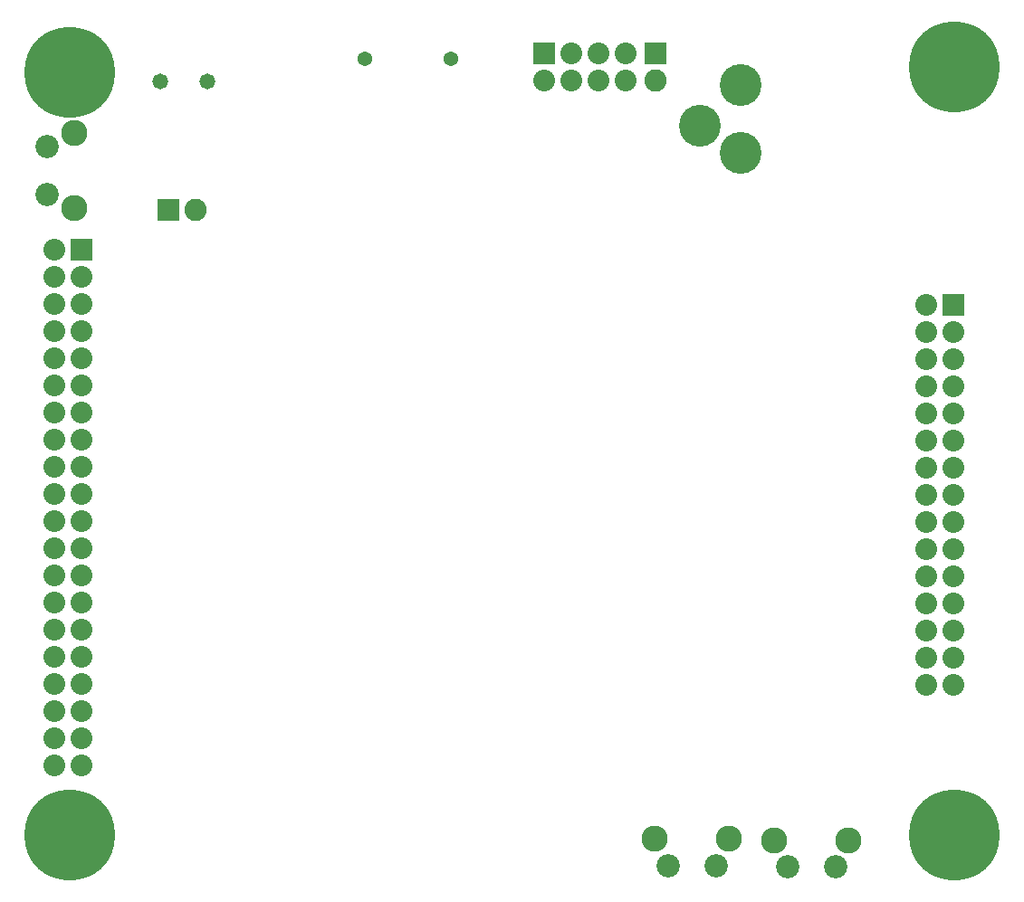
<source format=gbs>
G04 (created by PCBNEW-RS274X (2011-03-30 BZR 2932)-stable) date 11/06/2011 13:06:09*
G01*
G70*
G90*
%MOIN*%
G04 Gerber Fmt 3.4, Leading zero omitted, Abs format*
%FSLAX34Y34*%
G04 APERTURE LIST*
%ADD10C,0.006000*%
%ADD11R,0.080000X0.080000*%
%ADD12C,0.080000*%
%ADD13R,0.082000X0.082000*%
%ADD14C,0.082000*%
%ADD15C,0.334000*%
%ADD16C,0.086000*%
%ADD17C,0.096000*%
%ADD18C,0.054000*%
%ADD19C,0.058000*%
%ADD20C,0.154000*%
G04 APERTURE END LIST*
G54D10*
G54D11*
X79930Y-44480D03*
G54D12*
X79930Y-45480D03*
X80930Y-44480D03*
X80930Y-45480D03*
X81930Y-44480D03*
X81930Y-45480D03*
X82930Y-44480D03*
X82930Y-45480D03*
G54D13*
X84039Y-44480D03*
G54D14*
X84039Y-45480D03*
G54D11*
X62902Y-51701D03*
G54D12*
X61902Y-51701D03*
X62902Y-56701D03*
X61902Y-52701D03*
X62902Y-57701D03*
X61902Y-53701D03*
X62902Y-58701D03*
X61902Y-54701D03*
X62902Y-59701D03*
X61902Y-55701D03*
X62902Y-60701D03*
X61902Y-56701D03*
X62902Y-61701D03*
X61902Y-57701D03*
X62902Y-62701D03*
X61902Y-58701D03*
X62902Y-63701D03*
X61902Y-59701D03*
X62902Y-64701D03*
X61902Y-60701D03*
X62902Y-65701D03*
X61902Y-61701D03*
X62902Y-66701D03*
X61902Y-62701D03*
X61902Y-63701D03*
X62902Y-67701D03*
X61902Y-64701D03*
X61902Y-66701D03*
X61902Y-67701D03*
X61902Y-68701D03*
X61902Y-69701D03*
X62902Y-68701D03*
X62902Y-69701D03*
X62902Y-52701D03*
X62902Y-53701D03*
X62902Y-54701D03*
X62902Y-55701D03*
X62902Y-70701D03*
X61902Y-70701D03*
X61902Y-65701D03*
G54D15*
X62479Y-73281D03*
X62489Y-45189D03*
X95031Y-44969D03*
X95046Y-73286D03*
G54D16*
X84500Y-74400D03*
X86270Y-74400D03*
G54D17*
X84000Y-73420D03*
X86760Y-73420D03*
G54D16*
X88900Y-74450D03*
X90670Y-74450D03*
G54D17*
X88400Y-73470D03*
X91160Y-73470D03*
G54D18*
X76500Y-44690D03*
X73350Y-44690D03*
G54D19*
X67550Y-45530D03*
X65820Y-45530D03*
G54D13*
X66100Y-50250D03*
G54D14*
X67100Y-50250D03*
G54D20*
X87170Y-45650D03*
X87170Y-48150D03*
X85670Y-47150D03*
G54D16*
X61654Y-47913D03*
X61654Y-49683D03*
G54D17*
X62634Y-47413D03*
X62634Y-50173D03*
G54D11*
X95000Y-53750D03*
G54D12*
X94000Y-53750D03*
X95000Y-58750D03*
X94000Y-54750D03*
X95000Y-59750D03*
X94000Y-55750D03*
X95000Y-60750D03*
X94000Y-56750D03*
X95000Y-61750D03*
X94000Y-57750D03*
X95000Y-62750D03*
X94000Y-58750D03*
X95000Y-63750D03*
X94000Y-59750D03*
X95000Y-64750D03*
X94000Y-60750D03*
X95000Y-65750D03*
X94000Y-61750D03*
X95000Y-66750D03*
X94000Y-62750D03*
X95000Y-67750D03*
X94000Y-63750D03*
X94000Y-64750D03*
X94000Y-65750D03*
X94000Y-66750D03*
X95000Y-54750D03*
X95000Y-55750D03*
X95000Y-56750D03*
X95000Y-57750D03*
X94000Y-67750D03*
M02*

</source>
